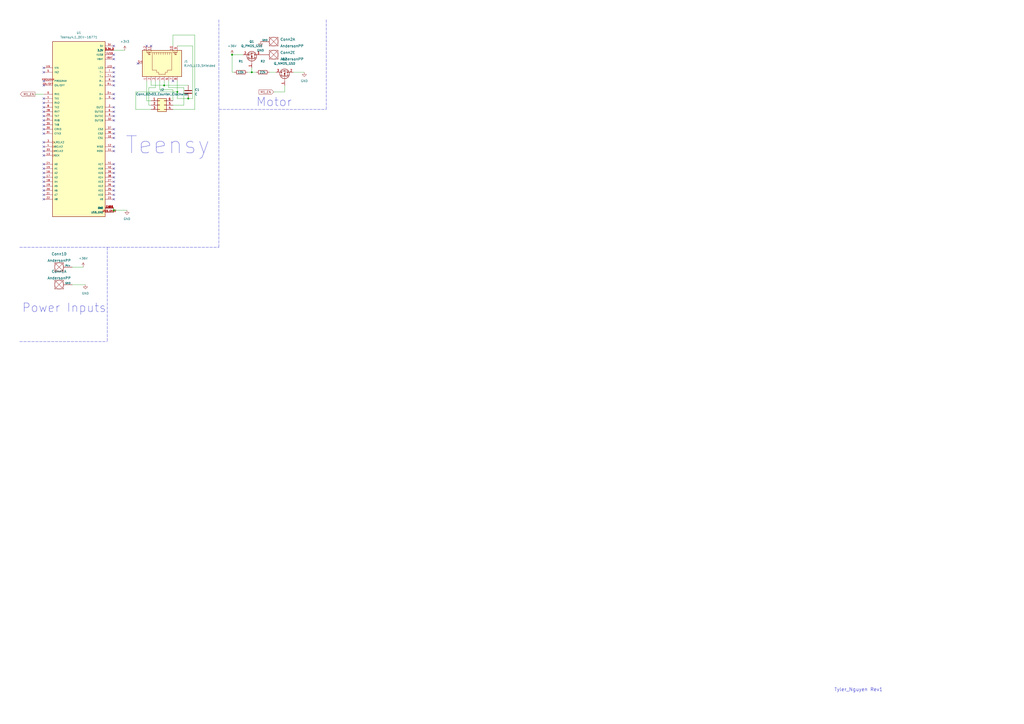
<source format=kicad_sch>
(kicad_sch (version 20211123) (generator eeschema)
  (paper "A2")
  (lib_symbols
    (symbol "Connector:RJ45_LED_Shielded" (pin_names (offset 1.016))
      (property "Reference" "J" (at -5.08 13.97 0))
      (property "Value" "RJ45_LED_Shielded" (at 1.27 13.97 0))
      (symbol "RJ45_LED_Shielded_0_1"
        (polyline (pts (xy -7.62 -7.62) (xy -6.35 -7.62)))
        (polyline (pts (xy -7.62 -5.08) (xy -6.35 -5.08)))
        (polyline (pts (xy -7.62 7.62) (xy -6.35 7.62)))
        (polyline (pts (xy -7.62 10.16) (xy -6.35 10.16)))
        (polyline (pts (xy -6.858 -5.842) (xy -5.842 -5.842)))
        (polyline (pts (xy -6.858 9.398) (xy -5.842 9.398)))
        (polyline (pts (xy -6.35 -7.62) (xy -6.35 -6.858)))
        (polyline (pts (xy -6.35 -5.08) (xy -6.35 -5.842)))
        (polyline (pts (xy -6.35 7.62) (xy -6.35 8.382)))
        (polyline (pts (xy -6.35 10.16) (xy -6.35 9.398)))
        (polyline (pts (xy -5.08 -6.223) (xy -5.207 -6.604)))
        (polyline (pts (xy -5.08 -5.588) (xy -5.207 -5.969)))
        (polyline (pts (xy -5.08 4.445) (xy -6.35 4.445)))
        (polyline (pts (xy -5.08 5.715) (xy -6.35 5.715)))
        (polyline (pts (xy -5.08 9.017) (xy -5.207 8.636)))
        (polyline (pts (xy -5.08 9.652) (xy -5.207 9.271)))
        (polyline (pts (xy -6.35 -3.175) (xy -5.08 -3.175) (xy -5.08 -3.175)))
        (polyline (pts (xy -6.35 -1.905) (xy -5.08 -1.905) (xy -5.08 -1.905)))
        (polyline (pts (xy -6.35 -0.635) (xy -5.08 -0.635) (xy -5.08 -0.635)))
        (polyline (pts (xy -6.35 0.635) (xy -5.08 0.635) (xy -5.08 0.635)))
        (polyline (pts (xy -6.35 1.905) (xy -5.08 1.905) (xy -5.08 1.905)))
        (polyline (pts (xy -5.588 -6.731) (xy -5.08 -6.223) (xy -5.461 -6.35)))
        (polyline (pts (xy -5.588 -6.096) (xy -5.08 -5.588) (xy -5.461 -5.715)))
        (polyline (pts (xy -5.588 8.509) (xy -5.08 9.017) (xy -5.461 8.89)))
        (polyline (pts (xy -5.588 9.144) (xy -5.08 9.652) (xy -5.461 9.525)))
        (polyline (pts (xy -5.08 3.175) (xy -6.35 3.175) (xy -6.35 3.175)))
        (polyline (pts (xy -6.35 -5.842) (xy -6.858 -6.858) (xy -5.842 -6.858) (xy -6.35 -5.842)))
        (polyline (pts (xy -6.35 9.398) (xy -6.858 8.382) (xy -5.842 8.382) (xy -6.35 9.398)))
        (polyline (pts (xy -6.35 -4.445) (xy -6.35 6.985) (xy 3.81 6.985) (xy 3.81 4.445) (xy 5.08 4.445) (xy 5.08 3.175) (xy 6.35 3.175) (xy 6.35 -0.635) (xy 5.08 -0.635) (xy 5.08 -1.905) (xy 3.81 -1.905) (xy 3.81 -4.445) (xy -6.35 -4.445) (xy -6.35 -4.445)))
        (rectangle (start 7.62 12.7) (end -7.62 -10.16) (stroke (width 0.254)) (fill (type background)))
      )
      (symbol "RJ45_LED_Shielded_1_1"
        (pin passive line (at 10.16 -7.62 180) (length 2.54) (name "~") (number "1"))
        (pin passive line (at -10.16 7.62 0) (length 2.54) (name "~") (number "10"))
        (pin passive line (at -10.16 -5.08 0) (length 2.54) (name "~") (number "11"))
        (pin passive line (at -10.16 -7.62 0) (length 2.54) (name "~") (number "12"))
        (pin passive line (at 10.16 -5.08 180) (length 2.54) (name "~") (number "2"))
        (pin passive line (at 10.16 -2.54 180) (length 2.54) (name "~") (number "3"))
        (pin passive line (at 10.16 0 180) (length 2.54) (name "~") (number "4"))
        (pin passive line (at 10.16 2.54 180) (length 2.54) (name "~") (number "5"))
        (pin passive line (at 10.16 5.08 180) (length 2.54) (name "~") (number "6"))
        (pin passive line (at 10.16 7.62 180) (length 2.54) (name "~") (number "7"))
        (pin passive line (at 10.16 10.16 180) (length 2.54) (name "~") (number "8"))
        (pin passive line (at -10.16 10.16 0) (length 2.54) (name "~") (number "9"))
        (pin passive line (at 0 -12.7 90) (length 2.54) (name "~") (number "SH"))
      )
    )
    (symbol "Connector_Generic:Conn_02x03_Counter_Clockwise" (pin_names (offset 1.016) hide)
      (property "Reference" "J" (at 1.27 5.08 0))
      (property "Value" "Conn_02x03_Counter_Clockwise" (at 1.27 -5.08 0))
      (symbol "Conn_02x03_Counter_Clockwise_1_1"
        (rectangle (start -1.27 -2.413) (end 0 -2.667) (stroke (width 0.1524)))
        (rectangle (start -1.27 0.127) (end 0 -0.127) (stroke (width 0.1524)))
        (rectangle (start -1.27 2.667) (end 0 2.413) (stroke (width 0.1524)))
        (rectangle (start -1.27 3.81) (end 3.81 -3.81) (stroke (width 0.254)) (fill (type background)))
        (rectangle (start 3.81 -2.413) (end 2.54 -2.667) (stroke (width 0.1524)))
        (rectangle (start 3.81 0.127) (end 2.54 -0.127) (stroke (width 0.1524)))
        (rectangle (start 3.81 2.667) (end 2.54 2.413) (stroke (width 0.1524)))
        (pin passive line (at -5.08 2.54 0) (length 3.81) (name "Pin_1") (number "1"))
        (pin passive line (at -5.08 0 0) (length 3.81) (name "Pin_2") (number "2"))
        (pin passive line (at -5.08 -2.54 0) (length 3.81) (name "Pin_3") (number "3"))
        (pin passive line (at 7.62 -2.54 180) (length 3.81) (name "Pin_4") (number "4"))
        (pin passive line (at 7.62 0 180) (length 3.81) (name "Pin_5") (number "5"))
        (pin passive line (at 7.62 2.54 180) (length 3.81) (name "Pin_6") (number "6"))
      )
    )
    (symbol "Device:C" (pin_numbers hide) (pin_names (offset 0.254))
      (property "Reference" "C" (at 0.635 2.54 0))
      (property "Value" "C" (at 0.635 -2.54 0))
      (symbol "C_0_1"
        (polyline (pts (xy -2.032 -0.762) (xy 2.032 -0.762)) (stroke (width 0.508)))
        (polyline (pts (xy -2.032 0.762) (xy 2.032 0.762)) (stroke (width 0.508)))
      )
      (symbol "C_1_1"
        (pin passive line (at 0 3.81 270) (length 2.794) (name "~") (number "1"))
        (pin passive line (at 0 -3.81 90) (length 2.794) (name "~") (number "2"))
      )
    )
    (symbol "Device:Q_NMOS_GSD" (pin_names (offset 0) hide)
      (property "Reference" "Q" (at 5.08 1.27 0))
      (property "Value" "Q_NMOS_GSD" (at 5.08 -1.27 0))
      (symbol "Q_NMOS_GSD_0_1"
        (polyline (pts (xy 0.254 0) (xy -2.54 0)))
        (polyline (pts (xy 0.254 1.905) (xy 0.254 -1.905)) (stroke (width 0.254)))
        (polyline (pts (xy 0.762 -1.27) (xy 0.762 -2.286)) (stroke (width 0.254)))
        (polyline (pts (xy 0.762 0.508) (xy 0.762 -0.508)) (stroke (width 0.254)))
        (polyline (pts (xy 0.762 2.286) (xy 0.762 1.27)) (stroke (width 0.254)))
        (polyline (pts (xy 2.54 2.54) (xy 2.54 1.778)))
        (polyline (pts (xy 2.54 -2.54) (xy 2.54 0) (xy 0.762 0)))
        (polyline (pts (xy 0.762 -1.778) (xy 3.302 -1.778) (xy 3.302 1.778) (xy 0.762 1.778)))
        (polyline (pts (xy 1.016 0) (xy 2.032 0.381) (xy 2.032 -0.381) (xy 1.016 0)) (fill (type outline)))
        (polyline (pts (xy 2.794 0.508) (xy 2.921 0.381) (xy 3.683 0.381) (xy 3.81 0.254)))
        (polyline (pts (xy 3.302 0.381) (xy 2.921 -0.254) (xy 3.683 -0.254) (xy 3.302 0.381)))
        (circle (center 1.651 0) (radius 2.794) (stroke (width 0.254)))
        (circle (center 2.54 -1.778) (radius 0.254) (fill (type outline)))
        (circle (center 2.54 1.778) (radius 0.254) (fill (type outline)))
      )
      (symbol "Q_NMOS_GSD_1_1"
        (pin input line (at -5.08 0 0) (length 2.54) (name "G") (number "1"))
        (pin passive line (at 2.54 -5.08 90) (length 2.54) (name "S") (number "2"))
        (pin passive line (at 2.54 5.08 270) (length 2.54) (name "D") (number "3"))
      )
    )
    (symbol "Device:Q_PMOS_GSD" (pin_names (offset 0) hide)
      (property "Reference" "Q" (at 5.08 1.27 0))
      (property "Value" "Q_PMOS_GSD" (at 5.08 -1.27 0))
      (symbol "Q_PMOS_GSD_0_1"
        (polyline (pts (xy 0.254 0) (xy -2.54 0)))
        (polyline (pts (xy 0.254 1.905) (xy 0.254 -1.905)) (stroke (width 0.254)))
        (polyline (pts (xy 0.762 -1.27) (xy 0.762 -2.286)) (stroke (width 0.254)))
        (polyline (pts (xy 0.762 0.508) (xy 0.762 -0.508)) (stroke (width 0.254)))
        (polyline (pts (xy 0.762 2.286) (xy 0.762 1.27)) (stroke (width 0.254)))
        (polyline (pts (xy 2.54 2.54) (xy 2.54 1.778)))
        (polyline (pts (xy 2.54 -2.54) (xy 2.54 0) (xy 0.762 0)))
        (polyline (pts (xy 0.762 1.778) (xy 3.302 1.778) (xy 3.302 -1.778) (xy 0.762 -1.778)))
        (polyline (pts (xy 2.286 0) (xy 1.27 0.381) (xy 1.27 -0.381) (xy 2.286 0)) (fill (type outline)))
        (polyline (pts (xy 2.794 -0.508) (xy 2.921 -0.381) (xy 3.683 -0.381) (xy 3.81 -0.254)))
        (polyline (pts (xy 3.302 -0.381) (xy 2.921 0.254) (xy 3.683 0.254) (xy 3.302 -0.381)))
        (circle (center 1.651 0) (radius 2.794) (stroke (width 0.254)))
        (circle (center 2.54 -1.778) (radius 0.254) (fill (type outline)))
        (circle (center 2.54 1.778) (radius 0.254) (fill (type outline)))
      )
      (symbol "Q_PMOS_GSD_1_1"
        (pin input line (at -5.08 0 0) (length 2.54) (name "G") (number "1"))
        (pin passive line (at 2.54 -5.08 90) (length 2.54) (name "S") (number "2"))
        (pin passive line (at 2.54 5.08 270) (length 2.54) (name "D") (number "3"))
      )
    )
    (symbol "Device:R" (pin_numbers hide) (pin_names (offset 0))
      (property "Reference" "R" (at 2.032 0 90))
      (property "Value" "R" (at 0 0 90))
      (symbol "R_0_1"
        (rectangle (start -1.016 -2.54) (end 1.016 2.54) (stroke (width 0.254)))
      )
      (symbol "R_1_1"
        (pin passive line (at 0 3.81 270) (length 1.27) (name "~") (number "1"))
        (pin passive line (at 0 -3.81 90) (length 1.27) (name "~") (number "2"))
      )
    )
    (symbol "MRDT_Connectors:AndersonPP" (pin_numbers hide) (pin_names (offset 0))
      (property "Reference" "Conn" (at 3.81 -1.27 0))
      (property "Value" "AndersonPP" (at 2.54 6.35 0))
      (symbol "AndersonPP_0_1"
        (polyline (pts (xy 0 5.08) (xy 5.08 0)))
        (polyline (pts (xy 5.08 5.08) (xy 0 0)))
        (rectangle (start 0 0) (end 5.08 5.08))
        (circle (center 2.54 2.54) (radius 2.54))
      )
      (symbol "AndersonPP_1_1"
        (pin input line (at 10.16 2.54 180) (length 5.08) (name "GND") (number "1"))
      )
      (symbol "AndersonPP_2_1"
        (pin input line (at 10.16 2.54 180) (length 5.08) (name "V+Log") (number "2"))
      )
      (symbol "AndersonPP_3_1"
        (pin input line (at 10.16 2.54 180) (length 5.08) (name "V+Act") (number "3"))
      )
      (symbol "AndersonPP_4_1"
        (pin input line (at 10.16 2.54 180) (length 5.08) (name "PV+") (number "4"))
      )
      (symbol "AndersonPP_5_1"
        (pin input line (at 10.16 2.54 180) (length 5.08) (name "~") (number "1"))
      )
    )
    (symbol "MRDT_Shields:Teensy4.1_DEV-16771" (pin_names (offset 1.016))
      (property "Reference" "U" (at -15.24 52.07 0))
      (property "Value" "Teensy4.1_DEV-16771" (at -15.24 -53.34 0))
      (symbol "Teensy4.1_DEV-16771_0_0"
        (rectangle (start -15.24 -50.8) (end 15.24 50.8) (stroke (width 0.254)) (fill (type background)))
        (pin bidirectional line (at -20.32 20.32 0) (length 5.08) (name "RX1") (number "0"))
        (pin bidirectional line (at -20.32 17.78 0) (length 5.08) (name "TX1") (number "1"))
        (pin bidirectional line (at 20.32 -5.08 180) (length 5.08) (name "CS1") (number "10"))
        (pin bidirectional line (at 20.32 -12.7 180) (length 5.08) (name "MOSI") (number "11"))
        (pin bidirectional line (at 20.32 -10.16 180) (length 5.08) (name "MISO") (number "12"))
        (pin bidirectional clock (at -20.32 -15.24 0) (length 5.08) (name "SCK") (number "13"))
        (pin bidirectional line (at -20.32 -20.32 0) (length 5.08) (name "A0") (number "14"))
        (pin bidirectional line (at -20.32 -22.86 0) (length 5.08) (name "A1") (number "15"))
        (pin bidirectional line (at -20.32 -25.4 0) (length 5.08) (name "A2") (number "16"))
        (pin bidirectional line (at -20.32 -27.94 0) (length 5.08) (name "A3") (number "17"))
        (pin bidirectional line (at -20.32 -30.48 0) (length 5.08) (name "A4") (number "18"))
        (pin bidirectional line (at -20.32 -33.02 0) (length 5.08) (name "A5") (number "19"))
        (pin output line (at 20.32 12.7 180) (length 5.08) (name "OUT2") (number "2"))
        (pin bidirectional line (at -20.32 -35.56 0) (length 5.08) (name "A6") (number "20"))
        (pin bidirectional line (at -20.32 -38.1 0) (length 5.08) (name "A7") (number "21"))
        (pin bidirectional line (at -20.32 -40.64 0) (length 5.08) (name "A8") (number "22"))
        (pin bidirectional line (at 20.32 -40.64 180) (length 5.08) (name "A9") (number "23"))
        (pin bidirectional line (at 20.32 -38.1 180) (length 5.08) (name "A10") (number "24"))
        (pin bidirectional line (at 20.32 -35.56 180) (length 5.08) (name "A11") (number "25"))
        (pin bidirectional line (at 20.32 -33.02 180) (length 5.08) (name "A12") (number "26"))
        (pin bidirectional line (at 20.32 -30.48 180) (length 5.08) (name "A13") (number "27"))
        (pin bidirectional line (at -20.32 10.16 0) (length 5.08) (name "RX7") (number "28"))
        (pin bidirectional line (at -20.32 7.62 0) (length 5.08) (name "TX7") (number "29"))
        (pin bidirectional clock (at -20.32 -7.62 0) (length 5.08) (name "LRCLK2") (number "3"))
        (pin power_in line (at 20.32 45.72 180) (length 5.08) (name "3.3V") (number "3.3V_1"))
        (pin power_in line (at 20.32 45.72 180) (length 5.08) (name "3.3V") (number "3.3V_2"))
        (pin power_in line (at 20.32 45.72 180) (length 5.08) (name "3.3V") (number "3.3V_3"))
        (pin bidirectional line (at -20.32 0 0) (length 5.08) (name "CRX3") (number "30"))
        (pin bidirectional line (at -20.32 -2.54 0) (length 5.08) (name "CTX3") (number "31"))
        (pin output line (at 20.32 5.08 180) (length 5.08) (name "OUT1B") (number "32"))
        (pin bidirectional clock (at -20.32 -12.7 0) (length 5.08) (name "MCLK2") (number "33"))
        (pin bidirectional line (at -20.32 5.08 0) (length 5.08) (name "RX8") (number "34"))
        (pin bidirectional line (at -20.32 2.54 0) (length 5.08) (name "TX8") (number "35"))
        (pin bidirectional line (at 20.32 -2.54 180) (length 5.08) (name "CS2") (number "36"))
        (pin bidirectional line (at 20.32 0 180) (length 5.08) (name "CS3") (number "37"))
        (pin bidirectional line (at 20.32 -27.94 180) (length 5.08) (name "A14") (number "38"))
        (pin bidirectional line (at 20.32 -25.4 180) (length 5.08) (name "A15") (number "39"))
        (pin bidirectional clock (at -20.32 -10.16 0) (length 5.08) (name "BCLK2") (number "4"))
        (pin bidirectional line (at 20.32 -22.86 180) (length 5.08) (name "A16") (number "40"))
        (pin bidirectional line (at 20.32 -20.32 180) (length 5.08) (name "A17") (number "41"))
        (pin bidirectional line (at -20.32 33.02 0) (length 5.08) (name "IN2") (number "5"))
        (pin power_in line (at 20.32 48.26 180) (length 5.08) (name "5V") (number "5V"))
        (pin output line (at 20.32 10.16 180) (length 5.08) (name "OUT1D") (number "6"))
        (pin bidirectional line (at -20.32 15.24 0) (length 5.08) (name "RX2") (number "7"))
        (pin bidirectional line (at -20.32 12.7 0) (length 5.08) (name "TX2") (number "8"))
        (pin output line (at 20.32 7.62 180) (length 5.08) (name "OUT1C") (number "9"))
        (pin bidirectional line (at 20.32 17.78 180) (length 5.08) (name "D-") (number "D"))
        (pin bidirectional line (at 20.32 20.32 180) (length 5.08) (name "D+") (number "D+"))
        (pin power_in line (at 20.32 -45.72 180) (length 5.08) (name "GND") (number "GND1"))
        (pin power_in line (at 20.32 -45.72 180) (length 5.08) (name "GND") (number "GND2"))
        (pin power_in line (at 20.32 -45.72 180) (length 5.08) (name "GND") (number "GND3"))
        (pin power_in line (at 20.32 -45.72 180) (length 5.08) (name "GND") (number "GND4"))
        (pin power_in line (at 20.32 -45.72 180) (length 5.08) (name "GND") (number "GND5"))
        (pin bidirectional line (at 20.32 35.56 180) (length 5.08) (name "LED") (number "LED"))
        (pin bidirectional line (at -20.32 25.4 0) (length 5.08) (name "ON/OFF") (number "ON/OFF"))
        (pin bidirectional line (at -20.32 27.94 0) (length 5.08) (name "PROGRAM") (number "PROGRAM"))
        (pin bidirectional line (at 20.32 27.94 180) (length 5.08) (name "R-") (number "R"))
        (pin bidirectional line (at 20.32 25.4 180) (length 5.08) (name "R+") (number "R+"))
        (pin bidirectional line (at 20.32 33.02 180) (length 5.08) (name "T-") (number "T"))
        (pin bidirectional line (at 20.32 30.48 180) (length 5.08) (name "T+") (number "T+"))
        (pin power_in line (at 20.32 -48.26 180) (length 5.08) (name "USB_GND") (number "USB_GND1"))
        (pin power_in line (at 20.32 -48.26 180) (length 5.08) (name "USB_GND") (number "USB_GND2"))
        (pin passive line (at 20.32 40.64 180) (length 5.08) (name "VBAT") (number "VBAT"))
        (pin input line (at -20.32 35.56 0) (length 5.08) (name "VIN") (number "VIN"))
        (pin passive line (at 20.32 43.18 180) (length 5.08) (name "VUSB") (number "VUSB"))
      )
    )
    (symbol "power:+36V" (power) (pin_names (offset 0))
      (property "Value" "+36V" (at 0 3.556 0))
      (symbol "+36V_0_1"
        (polyline (pts (xy -0.762 1.27) (xy 0 2.54)))
        (polyline (pts (xy 0 0) (xy 0 2.54)))
        (polyline (pts (xy 0 2.54) (xy 0.762 1.27)))
      )
      (symbol "+36V_1_1"
        (pin power_in line (at 0 0 90) (length 0) hide (name "+36V") (number "1"))
      )
    )
    (symbol "power:+3V3" (power) (pin_names (offset 0))
      (property "Value" "+3V3" (at 0 3.556 0))
      (symbol "+3V3_0_1"
        (polyline (pts (xy -0.762 1.27) (xy 0 2.54)))
        (polyline (pts (xy 0 0) (xy 0 2.54)))
        (polyline (pts (xy 0 2.54) (xy 0.762 1.27)))
      )
      (symbol "+3V3_1_1"
        (pin power_in line (at 0 0 90) (length 0) hide (name "+3V3") (number "1"))
      )
    )
    (symbol "power:GND" (power) (pin_names (offset 0))
      (property "Value" "GND" (at 0 -3.81 0))
      (symbol "GND_0_1"
        (polyline (pts (xy 0 0) (xy 0 -1.27) (xy 1.27 -1.27) (xy 0 -2.54) (xy -1.27 -1.27) (xy 0 -1.27)))
      )
      (symbol "GND_1_1"
        (pin power_in line (at 0 0 270) (length 0) hide (name "GND") (number "1"))
      )
    )
  )
  (junction (at 134.62 31.75))
  (junction (at 146.05 41.91))
  (junction (at 102.87 53.34))
  (junction (at 95.25 49.53))
  (junction (at 109.22 57.15))
  (junction (at 66.04 121.92))
  (no_connect (at 66.04 100.33))
  (no_connect (at 66.04 113.03))
  (no_connect (at 66.04 62.23))
  (no_connect (at 25.4 107.95))
  (no_connect (at 25.4 72.39))
  (no_connect (at 25.4 82.55))
  (no_connect (at 25.4 90.17))
  (no_connect (at 25.4 113.03))
  (no_connect (at 66.04 87.63))
  (no_connect (at 66.04 57.15))
  (no_connect (at 66.04 46.99))
  (no_connect (at 66.04 44.45))
  (no_connect (at 25.4 115.57))
  (no_connect (at 66.04 105.41))
  (no_connect (at 100.33 46.99))
  (no_connect (at 25.4 57.15))
  (no_connect (at 66.04 31.75))
  (no_connect (at 25.4 87.63))
  (no_connect (at 66.04 85.09))
  (no_connect (at 66.04 26.67))
  (no_connect (at 25.4 41.91))
  (no_connect (at 25.4 64.77))
  (no_connect (at 25.4 46.99))
  (no_connect (at 66.04 80.01))
  (no_connect (at 66.04 115.57))
  (no_connect (at 66.04 102.87))
  (no_connect (at 66.04 54.61))
  (no_connect (at 25.4 49.53))
  (no_connect (at 66.04 74.93))
  (no_connect (at 66.04 64.77))
  (no_connect (at 66.04 49.53))
  (no_connect (at 66.04 107.95))
  (no_connect (at 66.04 39.37))
  (no_connect (at 25.4 100.33))
  (no_connect (at 25.4 105.41))
  (no_connect (at 25.4 102.87))
  (no_connect (at 66.04 97.79))
  (no_connect (at 25.4 59.69))
  (no_connect (at 25.4 110.49))
  (no_connect (at 25.4 39.37))
  (no_connect (at 66.04 69.85))
  (no_connect (at 66.04 67.31))
  (no_connect (at 66.04 41.91))
  (no_connect (at 66.04 95.25))
  (no_connect (at 87.63 26.67))
  (no_connect (at 80.01 36.83))
  (no_connect (at 25.4 85.09))
  (no_connect (at 25.4 69.85))
  (no_connect (at 25.4 97.79))
  (no_connect (at 66.04 77.47))
  (no_connect (at 66.04 34.29))
  (no_connect (at 25.4 67.31))
  (no_connect (at 25.4 95.25))
  (no_connect (at 25.4 77.47))
  (no_connect (at 25.4 74.93))
  (no_connect (at 25.4 62.23))
  (no_connect (at 85.09 26.67))
  (no_connect (at 66.04 110.49))
  (wire (pts (xy 90.17 50.8) (xy 90.17 46.99)))
  (wire (pts (xy 78.74 53.34) (xy 102.87 53.34)))
  (wire (pts (xy 102.87 26.67) (xy 111.76 26.67)))
  (polyline (pts (xy 127 11.43) (xy 127 143.51)))
  (wire (pts (xy 134.62 31.75) (xy 140.97 31.75)))
  (wire (pts (xy 146.05 41.91) (xy 143.51 41.91)))
  (wire (pts (xy 86.36 50.8) (xy 90.17 50.8)))
  (wire (pts (xy 146.05 41.91) (xy 148.59 41.91)))
  (wire (pts (xy 106.68 60.96) (xy 106.68 50.8)))
  (wire (pts (xy 113.03 20.32) (xy 100.33 20.32)))
  (wire (pts (xy 20.32 54.61) (xy 25.4 54.61)))
  (wire (pts (xy 78.74 63.5) (xy 78.74 53.34)))
  (wire (pts (xy 66.04 29.21) (xy 72.39 29.21)))
  (wire (pts (xy 95.25 49.53) (xy 95.25 46.99)))
  (wire (pts (xy 95.25 49.53) (xy 109.22 49.53)))
  (wire (pts (xy 66.04 120.65) (xy 66.04 121.92)))
  (wire (pts (xy 113.03 63.5) (xy 113.03 20.32)))
  (wire (pts (xy 134.62 41.91) (xy 135.89 41.91)))
  (wire (pts (xy 111.76 26.67) (xy 111.76 57.15)))
  (wire (pts (xy 66.04 121.92) (xy 66.04 123.19)))
  (wire (pts (xy 146.05 39.37) (xy 146.05 41.91)))
  (wire (pts (xy 100.33 60.96) (xy 106.68 60.96)))
  (wire (pts (xy 87.63 60.96) (xy 86.36 60.96)))
  (wire (pts (xy 170.18 41.91) (xy 176.53 41.91)))
  (wire (pts (xy 100.33 63.5) (xy 113.03 63.5)))
  (wire (pts (xy 87.63 46.99) (xy 87.63 49.53)))
  (wire (pts (xy 87.63 49.53) (xy 95.25 49.53)))
  (wire (pts (xy 158.75 53.34) (xy 165.1 53.34)))
  (polyline (pts (xy 189.23 11.43) (xy 189.23 63.5)))
  (wire (pts (xy 100.33 20.32) (xy 100.33 26.67)))
  (polyline (pts (xy 11.43 143.51) (xy 62.23 143.51)))
  (wire (pts (xy 111.76 57.15) (xy 109.22 57.15)))
  (wire (pts (xy 100.33 52.07) (xy 92.71 52.07)))
  (wire (pts (xy 109.22 57.15) (xy 102.87 57.15)))
  (polyline (pts (xy 11.43 198.12) (xy 62.23 198.12)))
  (wire (pts (xy 66.04 121.92) (xy 73.66 121.92)))
  (wire (pts (xy 92.71 46.99) (xy 92.71 52.07)))
  (wire (pts (xy 87.63 58.42) (xy 85.09 58.42)))
  (wire (pts (xy 41.91 165.1) (xy 49.53 165.1)))
  (wire (pts (xy 85.09 58.42) (xy 85.09 46.99)))
  (wire (pts (xy 97.79 50.8) (xy 97.79 46.99)))
  (wire (pts (xy 165.1 49.53) (xy 165.1 53.34)))
  (wire (pts (xy 100.33 58.42) (xy 100.33 52.07)))
  (wire (pts (xy 86.36 60.96) (xy 86.36 50.8)))
  (polyline (pts (xy 62.23 143.51) (xy 62.23 198.12)))
  (wire (pts (xy 102.87 57.15) (xy 102.87 53.34)))
  (wire (pts (xy 102.87 46.99) (xy 102.87 53.34)))
  (wire (pts (xy 134.62 31.75) (xy 134.62 41.91)))
  (wire (pts (xy 106.68 50.8) (xy 97.79 50.8)))
  (polyline (pts (xy 127 63.5) (xy 189.23 63.5)))
  (wire (pts (xy 156.21 41.91) (xy 160.02 41.91)))
  (wire (pts (xy 41.91 154.94) (xy 48.26 154.94)))
  (polyline (pts (xy 62.23 143.51) (xy 127 143.51)))
  (wire (pts (xy 87.63 63.5) (xy 78.74 63.5)))
  (text "Tyler_Nguyen Rev1" (at 483.87 401.32 0) (effects (font (size 2 2)) (justify left bottom)))
  (text "Power Inputs" (at 12.7 181.61 0) (effects (font (size 5 5)) (justify left bottom)))
  (text "Teensy" (at 72.39 90.17 0) (effects (font (size 10 10)) (justify left bottom)))
  (text "Motor" (at 148.59 62.23 0) (effects (font (size 5 5)) (justify left bottom)))
  (global_label "M1_EN" (shape output) (at 20.32 54.61 180) (property "Intersheet References" "${INTERSHEET_REFS}" (effects hide)))
  (global_label "M1_EN" (shape input) (at 158.75 53.34 180) (property "Intersheet References" "${INTERSHEET_REFS}" (effects hide)))
  (symbol (lib_id "MRDT_Connectors:AndersonPP") (at 161.29 21.59 180) (unit 1)
    (property "Reference" "Conn2" (at 162.56 22.86 0) (effects (font (size 1.524 1.524)) (justify right)))
    (property "Value" "AndersonPP" (at 162.56 26.67 0) (effects (font (size 1.524 1.524)) (justify right)))
  )
  (symbol (lib_id "power:GND") (at 73.66 121.92 0) (unit 1)
    (property "Reference" "#PWR04" (effects hide))
    (property "Value" "GND" (at 73.66 127 0))
  )
  (symbol (lib_id "Device:R") (at 139.7 41.91 90) (unit 1)
    (property "Reference" "R1" (at 139.7 35.56 90))
    (property "Value" "10k" (at 139.7 41.91 90))
  )
  (symbol (lib_id "power:GND") (at 176.53 41.91 0) (unit 1)
    (property "Reference" "#PWR07" (effects hide))
    (property "Value" "GND" (at 176.53 46.99 0))
  )
  (symbol (lib_id "power:GND") (at 151.13 24.13 0) (unit 1)
    (property "Reference" "#PWR06" (effects hide))
    (property "Value" "GND" (at 151.13 29.21 0))
  )
  (symbol (lib_id "power:+36V") (at 134.62 31.75 0) (unit 1)
    (property "Reference" "#PWR05" (effects hide))
    (property "Value" "+36V" (at 134.62 26.67 0))
  )
  (symbol (lib_id "Device:Q_PMOS_GSD") (at 146.05 34.29 270) (mirror x) (unit 1)
    (property "Reference" "Q1" (at 146.05 24.13 90))
    (property "Value" "Q_PMOS_GSD" (at 146.05 26.67 90))
  )
  (symbol (lib_id "Connector_Generic:Conn_02x03_Counter_Clockwise") (at 92.71 60.96 0) (unit 1)
    (property "Reference" "J2" (at 93.98 52.07 0))
    (property "Value" "Conn_02x03_Counter_Clockwise" (at 93.98 54.61 0))
  )
  (symbol (lib_id "Connector:RJ45_LED_Shielded") (at 92.71 36.83 270) (unit 1)
    (property "Reference" "J1" (at 106.68 35.5599 90) (effects (justify left)))
    (property "Value" "RJ45_LED_Shielded" (at 106.68 38.0999 90) (effects (justify left)))
  )
  (symbol (lib_id "MRDT_Connectors:AndersonPP") (at 161.29 29.21 180) (unit 5)
    (property "Reference" "Conn2" (at 162.56 30.48 0) (effects (font (size 1.524 1.524)) (justify right)))
    (property "Value" "AndersonPP" (at 162.56 34.29 0) (effects (font (size 1.524 1.524)) (justify right)))
  )
  (symbol (lib_id "power:GND") (at 49.53 165.1 0) (unit 1)
    (property "Reference" "#PWR02" (effects hide))
    (property "Value" "GND" (at 49.53 170.18 0))
  )
  (symbol (lib_id "power:+36V") (at 48.26 154.94 0) (unit 1)
    (property "Reference" "#PWR01" (effects hide))
    (property "Value" "+36V" (at 48.26 149.86 0))
  )
  (symbol (lib_id "Device:C") (at 109.22 53.34 0) (unit 1)
    (property "Reference" "C1" (at 113.03 52.0699 0) (effects (justify left)))
    (property "Value" "C" (at 113.03 54.6099 0) (effects (justify left)))
  )
  (symbol (lib_id "Device:Q_NMOS_GSD") (at 165.1 44.45 90) (unit 1)
    (property "Reference" "Q2" (at 165.1 34.29 90))
    (property "Value" "Q_NMOS_GSD" (at 165.1 36.83 90))
  )
  (symbol (lib_id "Device:R") (at 152.4 41.91 90) (unit 1)
    (property "Reference" "R2" (at 152.4 35.56 90))
    (property "Value" "22k" (at 152.4 41.91 90))
  )
  (symbol (lib_id "MRDT_Shields:Teensy4.1_DEV-16771") (at 45.72 74.93 0) (unit 1)
    (property "Reference" "U1" (at 45.72 19.05 0))
    (property "Value" "Teensy4.1_DEV-16771" (at 45.72 21.59 0))
    (property "Footprint" "MODULE_DEV-16771" (effects hide))
    (property "STANDARD" "Manufacturer recommendations" (effects hide))
    (property "MAXIMUM_PACKAGE_HEIGHT" "4.07mm" (effects hide))
    (property "MANUFACTURER" "SparkFun Electronics" (effects hide))
    (property "PARTREV" "4.1" (effects hide))
  )
  (symbol (lib_id "MRDT_Connectors:AndersonPP") (at 31.75 167.64 0) (unit 1)
    (property "Reference" "Conn1" (at 34.29 157.48 0) (effects (font (size 1.524 1.524))))
    (property "Value" "AndersonPP" (at 34.29 161.29 0) (effects (font (size 1.524 1.524))))
  )
  (symbol (lib_id "MRDT_Connectors:AndersonPP") (at 31.75 157.48 0) (unit 4)
    (property "Reference" "Conn1" (at 34.29 147.32 0) (effects (font (size 1.524 1.524))))
    (property "Value" "AndersonPP" (at 34.29 151.13 0) (effects (font (size 1.524 1.524))))
  )
  (symbol (lib_id "power:+3V3") (at 72.39 29.21 0) (unit 1)
    (property "Reference" "#PWR03" (effects hide))
    (property "Value" "+3V3" (at 72.39 24.13 0))
  )
)
</source>
